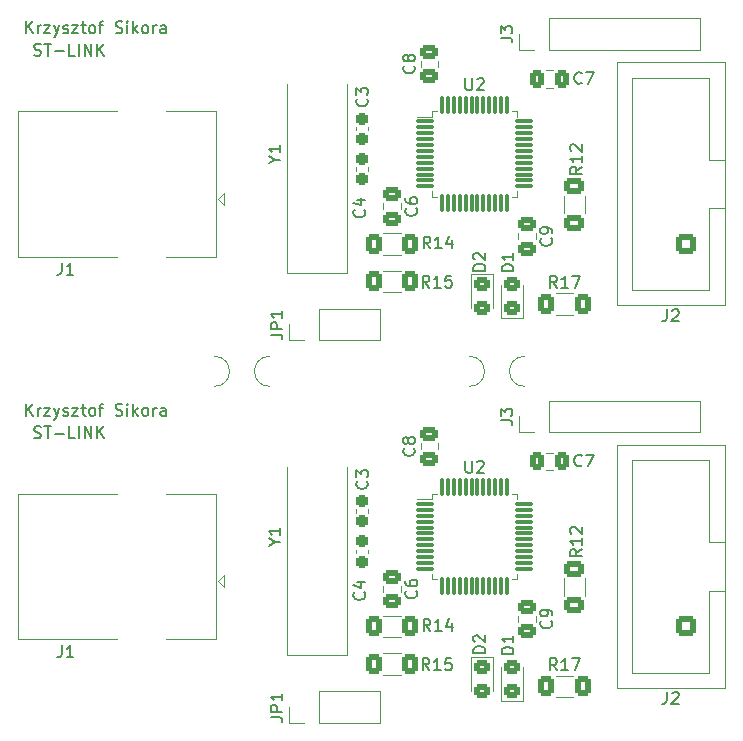
<source format=gto>
%TF.GenerationSoftware,KiCad,Pcbnew,(6.0.2)*%
%TF.CreationDate,2023-02-28T18:47:33+01:00*%
%TF.ProjectId,st_link_diy_panel,73745f6c-696e-46b5-9f64-69795f70616e,rev?*%
%TF.SameCoordinates,Original*%
%TF.FileFunction,Legend,Top*%
%TF.FilePolarity,Positive*%
%FSLAX46Y46*%
G04 Gerber Fmt 4.6, Leading zero omitted, Abs format (unit mm)*
G04 Created by KiCad (PCBNEW (6.0.2)) date 2023-02-28 18:47:33*
%MOMM*%
%LPD*%
G01*
G04 APERTURE LIST*
G04 Aperture macros list*
%AMRoundRect*
0 Rectangle with rounded corners*
0 $1 Rounding radius*
0 $2 $3 $4 $5 $6 $7 $8 $9 X,Y pos of 4 corners*
0 Add a 4 corners polygon primitive as box body*
4,1,4,$2,$3,$4,$5,$6,$7,$8,$9,$2,$3,0*
0 Add four circle primitives for the rounded corners*
1,1,$1+$1,$2,$3*
1,1,$1+$1,$4,$5*
1,1,$1+$1,$6,$7*
1,1,$1+$1,$8,$9*
0 Add four rect primitives between the rounded corners*
20,1,$1+$1,$2,$3,$4,$5,0*
20,1,$1+$1,$4,$5,$6,$7,0*
20,1,$1+$1,$6,$7,$8,$9,0*
20,1,$1+$1,$8,$9,$2,$3,0*%
G04 Aperture macros list end*
%ADD10C,0.150000*%
%ADD11C,0.120000*%
%ADD12C,0.100000*%
%ADD13RoundRect,0.250000X-0.400000X-0.625000X0.400000X-0.625000X0.400000X0.625000X-0.400000X0.625000X0*%
%ADD14RoundRect,0.237500X0.237500X-0.300000X0.237500X0.300000X-0.237500X0.300000X-0.237500X-0.300000X0*%
%ADD15RoundRect,0.250000X0.450000X-0.325000X0.450000X0.325000X-0.450000X0.325000X-0.450000X-0.325000X0*%
%ADD16RoundRect,0.250000X-0.625000X0.400000X-0.625000X-0.400000X0.625000X-0.400000X0.625000X0.400000X0*%
%ADD17RoundRect,0.250000X0.475000X-0.337500X0.475000X0.337500X-0.475000X0.337500X-0.475000X-0.337500X0*%
%ADD18R,1.700000X1.700000*%
%ADD19O,1.700000X1.700000*%
%ADD20RoundRect,0.250000X-0.450000X0.325000X-0.450000X-0.325000X0.450000X-0.325000X0.450000X0.325000X0*%
%ADD21RoundRect,0.250000X0.400000X0.625000X-0.400000X0.625000X-0.400000X-0.625000X0.400000X-0.625000X0*%
%ADD22RoundRect,0.250000X-0.475000X0.337500X-0.475000X-0.337500X0.475000X-0.337500X0.475000X0.337500X0*%
%ADD23RoundRect,0.075000X-0.662500X-0.075000X0.662500X-0.075000X0.662500X0.075000X-0.662500X0.075000X0*%
%ADD24RoundRect,0.075000X-0.075000X-0.662500X0.075000X-0.662500X0.075000X0.662500X-0.075000X0.662500X0*%
%ADD25C,1.700000*%
%ADD26C,3.500000*%
%ADD27R,2.000000X7.875000*%
%ADD28RoundRect,0.250000X0.600000X0.600000X-0.600000X0.600000X-0.600000X-0.600000X0.600000X-0.600000X0*%
%ADD29RoundRect,0.250000X-0.337500X-0.475000X0.337500X-0.475000X0.337500X0.475000X-0.337500X0.475000X0*%
%ADD30C,0.500000*%
G04 APERTURE END LIST*
D10*
X106851819Y-132611761D02*
X106994676Y-132659380D01*
X107232771Y-132659380D01*
X107328009Y-132611761D01*
X107375628Y-132564142D01*
X107423247Y-132468904D01*
X107423247Y-132373666D01*
X107375628Y-132278428D01*
X107328009Y-132230809D01*
X107232771Y-132183190D01*
X107042295Y-132135571D01*
X106947057Y-132087952D01*
X106899438Y-132040333D01*
X106851819Y-131945095D01*
X106851819Y-131849857D01*
X106899438Y-131754619D01*
X106947057Y-131707000D01*
X107042295Y-131659380D01*
X107280390Y-131659380D01*
X107423247Y-131707000D01*
X107708961Y-131659380D02*
X108280390Y-131659380D01*
X107994676Y-132659380D02*
X107994676Y-131659380D01*
X108613723Y-132278428D02*
X109375628Y-132278428D01*
X110328009Y-132659380D02*
X109851819Y-132659380D01*
X109851819Y-131659380D01*
X110661342Y-132659380D02*
X110661342Y-131659380D01*
X111137533Y-132659380D02*
X111137533Y-131659380D01*
X111708961Y-132659380D01*
X111708961Y-131659380D01*
X112185152Y-132659380D02*
X112185152Y-131659380D01*
X112756580Y-132659380D02*
X112328009Y-132087952D01*
X112756580Y-131659380D02*
X112185152Y-132230809D01*
X106185438Y-130754380D02*
X106185438Y-129754380D01*
X106756866Y-130754380D02*
X106328295Y-130182952D01*
X106756866Y-129754380D02*
X106185438Y-130325809D01*
X107185438Y-130754380D02*
X107185438Y-130087714D01*
X107185438Y-130278190D02*
X107233057Y-130182952D01*
X107280676Y-130135333D01*
X107375914Y-130087714D01*
X107471152Y-130087714D01*
X107709247Y-130087714D02*
X108233057Y-130087714D01*
X107709247Y-130754380D01*
X108233057Y-130754380D01*
X108518771Y-130087714D02*
X108756866Y-130754380D01*
X108994961Y-130087714D02*
X108756866Y-130754380D01*
X108661628Y-130992476D01*
X108614009Y-131040095D01*
X108518771Y-131087714D01*
X109328295Y-130706761D02*
X109423533Y-130754380D01*
X109614009Y-130754380D01*
X109709247Y-130706761D01*
X109756866Y-130611523D01*
X109756866Y-130563904D01*
X109709247Y-130468666D01*
X109614009Y-130421047D01*
X109471152Y-130421047D01*
X109375914Y-130373428D01*
X109328295Y-130278190D01*
X109328295Y-130230571D01*
X109375914Y-130135333D01*
X109471152Y-130087714D01*
X109614009Y-130087714D01*
X109709247Y-130135333D01*
X110090200Y-130087714D02*
X110614009Y-130087714D01*
X110090200Y-130754380D01*
X110614009Y-130754380D01*
X110852104Y-130087714D02*
X111233057Y-130087714D01*
X110994961Y-129754380D02*
X110994961Y-130611523D01*
X111042580Y-130706761D01*
X111137819Y-130754380D01*
X111233057Y-130754380D01*
X111709247Y-130754380D02*
X111614009Y-130706761D01*
X111566390Y-130659142D01*
X111518771Y-130563904D01*
X111518771Y-130278190D01*
X111566390Y-130182952D01*
X111614009Y-130135333D01*
X111709247Y-130087714D01*
X111852104Y-130087714D01*
X111947342Y-130135333D01*
X111994961Y-130182952D01*
X112042580Y-130278190D01*
X112042580Y-130563904D01*
X111994961Y-130659142D01*
X111947342Y-130706761D01*
X111852104Y-130754380D01*
X111709247Y-130754380D01*
X112328295Y-130087714D02*
X112709247Y-130087714D01*
X112471152Y-130754380D02*
X112471152Y-129897238D01*
X112518771Y-129802000D01*
X112614009Y-129754380D01*
X112709247Y-129754380D01*
X113756866Y-130706761D02*
X113899723Y-130754380D01*
X114137819Y-130754380D01*
X114233057Y-130706761D01*
X114280676Y-130659142D01*
X114328295Y-130563904D01*
X114328295Y-130468666D01*
X114280676Y-130373428D01*
X114233057Y-130325809D01*
X114137819Y-130278190D01*
X113947342Y-130230571D01*
X113852104Y-130182952D01*
X113804485Y-130135333D01*
X113756866Y-130040095D01*
X113756866Y-129944857D01*
X113804485Y-129849619D01*
X113852104Y-129802000D01*
X113947342Y-129754380D01*
X114185438Y-129754380D01*
X114328295Y-129802000D01*
X114756866Y-130754380D02*
X114756866Y-130087714D01*
X114756866Y-129754380D02*
X114709247Y-129802000D01*
X114756866Y-129849619D01*
X114804485Y-129802000D01*
X114756866Y-129754380D01*
X114756866Y-129849619D01*
X115233057Y-130754380D02*
X115233057Y-129754380D01*
X115328295Y-130373428D02*
X115614009Y-130754380D01*
X115614009Y-130087714D02*
X115233057Y-130468666D01*
X116185438Y-130754380D02*
X116090200Y-130706761D01*
X116042580Y-130659142D01*
X115994961Y-130563904D01*
X115994961Y-130278190D01*
X116042580Y-130182952D01*
X116090200Y-130135333D01*
X116185438Y-130087714D01*
X116328295Y-130087714D01*
X116423533Y-130135333D01*
X116471152Y-130182952D01*
X116518771Y-130278190D01*
X116518771Y-130563904D01*
X116471152Y-130659142D01*
X116423533Y-130706761D01*
X116328295Y-130754380D01*
X116185438Y-130754380D01*
X116947342Y-130754380D02*
X116947342Y-130087714D01*
X116947342Y-130278190D02*
X116994961Y-130182952D01*
X117042580Y-130135333D01*
X117137819Y-130087714D01*
X117233057Y-130087714D01*
X117994961Y-130754380D02*
X117994961Y-130230571D01*
X117947342Y-130135333D01*
X117852104Y-130087714D01*
X117661628Y-130087714D01*
X117566390Y-130135333D01*
X117994961Y-130706761D02*
X117899723Y-130754380D01*
X117661628Y-130754380D01*
X117566390Y-130706761D01*
X117518771Y-130611523D01*
X117518771Y-130516285D01*
X117566390Y-130421047D01*
X117661628Y-130373428D01*
X117899723Y-130373428D01*
X117994961Y-130325809D01*
X106851819Y-100226761D02*
X106994676Y-100274380D01*
X107232771Y-100274380D01*
X107328009Y-100226761D01*
X107375628Y-100179142D01*
X107423247Y-100083904D01*
X107423247Y-99988666D01*
X107375628Y-99893428D01*
X107328009Y-99845809D01*
X107232771Y-99798190D01*
X107042295Y-99750571D01*
X106947057Y-99702952D01*
X106899438Y-99655333D01*
X106851819Y-99560095D01*
X106851819Y-99464857D01*
X106899438Y-99369619D01*
X106947057Y-99322000D01*
X107042295Y-99274380D01*
X107280390Y-99274380D01*
X107423247Y-99322000D01*
X107708961Y-99274380D02*
X108280390Y-99274380D01*
X107994676Y-100274380D02*
X107994676Y-99274380D01*
X108613723Y-99893428D02*
X109375628Y-99893428D01*
X110328009Y-100274380D02*
X109851819Y-100274380D01*
X109851819Y-99274380D01*
X110661342Y-100274380D02*
X110661342Y-99274380D01*
X111137533Y-100274380D02*
X111137533Y-99274380D01*
X111708961Y-100274380D01*
X111708961Y-99274380D01*
X112185152Y-100274380D02*
X112185152Y-99274380D01*
X112756580Y-100274380D02*
X112328009Y-99702952D01*
X112756580Y-99274380D02*
X112185152Y-99845809D01*
X106185438Y-98369380D02*
X106185438Y-97369380D01*
X106756866Y-98369380D02*
X106328295Y-97797952D01*
X106756866Y-97369380D02*
X106185438Y-97940809D01*
X107185438Y-98369380D02*
X107185438Y-97702714D01*
X107185438Y-97893190D02*
X107233057Y-97797952D01*
X107280676Y-97750333D01*
X107375914Y-97702714D01*
X107471152Y-97702714D01*
X107709247Y-97702714D02*
X108233057Y-97702714D01*
X107709247Y-98369380D01*
X108233057Y-98369380D01*
X108518771Y-97702714D02*
X108756866Y-98369380D01*
X108994961Y-97702714D02*
X108756866Y-98369380D01*
X108661628Y-98607476D01*
X108614009Y-98655095D01*
X108518771Y-98702714D01*
X109328295Y-98321761D02*
X109423533Y-98369380D01*
X109614009Y-98369380D01*
X109709247Y-98321761D01*
X109756866Y-98226523D01*
X109756866Y-98178904D01*
X109709247Y-98083666D01*
X109614009Y-98036047D01*
X109471152Y-98036047D01*
X109375914Y-97988428D01*
X109328295Y-97893190D01*
X109328295Y-97845571D01*
X109375914Y-97750333D01*
X109471152Y-97702714D01*
X109614009Y-97702714D01*
X109709247Y-97750333D01*
X110090200Y-97702714D02*
X110614009Y-97702714D01*
X110090200Y-98369380D01*
X110614009Y-98369380D01*
X110852104Y-97702714D02*
X111233057Y-97702714D01*
X110994961Y-97369380D02*
X110994961Y-98226523D01*
X111042580Y-98321761D01*
X111137819Y-98369380D01*
X111233057Y-98369380D01*
X111709247Y-98369380D02*
X111614009Y-98321761D01*
X111566390Y-98274142D01*
X111518771Y-98178904D01*
X111518771Y-97893190D01*
X111566390Y-97797952D01*
X111614009Y-97750333D01*
X111709247Y-97702714D01*
X111852104Y-97702714D01*
X111947342Y-97750333D01*
X111994961Y-97797952D01*
X112042580Y-97893190D01*
X112042580Y-98178904D01*
X111994961Y-98274142D01*
X111947342Y-98321761D01*
X111852104Y-98369380D01*
X111709247Y-98369380D01*
X112328295Y-97702714D02*
X112709247Y-97702714D01*
X112471152Y-98369380D02*
X112471152Y-97512238D01*
X112518771Y-97417000D01*
X112614009Y-97369380D01*
X112709247Y-97369380D01*
X113756866Y-98321761D02*
X113899723Y-98369380D01*
X114137819Y-98369380D01*
X114233057Y-98321761D01*
X114280676Y-98274142D01*
X114328295Y-98178904D01*
X114328295Y-98083666D01*
X114280676Y-97988428D01*
X114233057Y-97940809D01*
X114137819Y-97893190D01*
X113947342Y-97845571D01*
X113852104Y-97797952D01*
X113804485Y-97750333D01*
X113756866Y-97655095D01*
X113756866Y-97559857D01*
X113804485Y-97464619D01*
X113852104Y-97417000D01*
X113947342Y-97369380D01*
X114185438Y-97369380D01*
X114328295Y-97417000D01*
X114756866Y-98369380D02*
X114756866Y-97702714D01*
X114756866Y-97369380D02*
X114709247Y-97417000D01*
X114756866Y-97464619D01*
X114804485Y-97417000D01*
X114756866Y-97369380D01*
X114756866Y-97464619D01*
X115233057Y-98369380D02*
X115233057Y-97369380D01*
X115328295Y-97988428D02*
X115614009Y-98369380D01*
X115614009Y-97702714D02*
X115233057Y-98083666D01*
X116185438Y-98369380D02*
X116090200Y-98321761D01*
X116042580Y-98274142D01*
X115994961Y-98178904D01*
X115994961Y-97893190D01*
X116042580Y-97797952D01*
X116090200Y-97750333D01*
X116185438Y-97702714D01*
X116328295Y-97702714D01*
X116423533Y-97750333D01*
X116471152Y-97797952D01*
X116518771Y-97893190D01*
X116518771Y-98178904D01*
X116471152Y-98274142D01*
X116423533Y-98321761D01*
X116328295Y-98369380D01*
X116185438Y-98369380D01*
X116947342Y-98369380D02*
X116947342Y-97702714D01*
X116947342Y-97893190D02*
X116994961Y-97797952D01*
X117042580Y-97750333D01*
X117137819Y-97702714D01*
X117233057Y-97702714D01*
X117994961Y-98369380D02*
X117994961Y-97845571D01*
X117947342Y-97750333D01*
X117852104Y-97702714D01*
X117661628Y-97702714D01*
X117566390Y-97750333D01*
X117994961Y-98321761D02*
X117899723Y-98369380D01*
X117661628Y-98369380D01*
X117566390Y-98321761D01*
X117518771Y-98226523D01*
X117518771Y-98131285D01*
X117566390Y-98036047D01*
X117661628Y-97988428D01*
X117899723Y-97988428D01*
X117994961Y-97940809D01*
%TO.C,R17*%
X151122142Y-152302380D02*
X150788809Y-151826190D01*
X150550714Y-152302380D02*
X150550714Y-151302380D01*
X150931666Y-151302380D01*
X151026904Y-151350000D01*
X151074523Y-151397619D01*
X151122142Y-151492857D01*
X151122142Y-151635714D01*
X151074523Y-151730952D01*
X151026904Y-151778571D01*
X150931666Y-151826190D01*
X150550714Y-151826190D01*
X152074523Y-152302380D02*
X151503095Y-152302380D01*
X151788809Y-152302380D02*
X151788809Y-151302380D01*
X151693571Y-151445238D01*
X151598333Y-151540476D01*
X151503095Y-151588095D01*
X152407857Y-151302380D02*
X153074523Y-151302380D01*
X152645952Y-152302380D01*
%TO.C,C4*%
X134799342Y-145708666D02*
X134846961Y-145756285D01*
X134894580Y-145899142D01*
X134894580Y-145994380D01*
X134846961Y-146137238D01*
X134751723Y-146232476D01*
X134656485Y-146280095D01*
X134466009Y-146327714D01*
X134323152Y-146327714D01*
X134132676Y-146280095D01*
X134037438Y-146232476D01*
X133942200Y-146137238D01*
X133894580Y-145994380D01*
X133894580Y-145899142D01*
X133942200Y-145756285D01*
X133989819Y-145708666D01*
X134227914Y-144851523D02*
X134894580Y-144851523D01*
X133846961Y-145089619D02*
X134561247Y-145327714D01*
X134561247Y-144708666D01*
%TO.C,D2*%
X145054580Y-150852095D02*
X144054580Y-150852095D01*
X144054580Y-150614000D01*
X144102200Y-150471142D01*
X144197438Y-150375904D01*
X144292676Y-150328285D01*
X144483152Y-150280666D01*
X144626009Y-150280666D01*
X144816485Y-150328285D01*
X144911723Y-150375904D01*
X145006961Y-150471142D01*
X145054580Y-150614000D01*
X145054580Y-150852095D01*
X144149819Y-149899714D02*
X144102200Y-149852095D01*
X144054580Y-149756857D01*
X144054580Y-149518761D01*
X144102200Y-149423523D01*
X144149819Y-149375904D01*
X144245057Y-149328285D01*
X144340295Y-149328285D01*
X144483152Y-149375904D01*
X145054580Y-149947333D01*
X145054580Y-149328285D01*
%TO.C,R12*%
X153233380Y-142070057D02*
X152757190Y-142403390D01*
X153233380Y-142641485D02*
X152233380Y-142641485D01*
X152233380Y-142260533D01*
X152281000Y-142165295D01*
X152328619Y-142117676D01*
X152423857Y-142070057D01*
X152566714Y-142070057D01*
X152661952Y-142117676D01*
X152709571Y-142165295D01*
X152757190Y-142260533D01*
X152757190Y-142641485D01*
X153233380Y-141117676D02*
X153233380Y-141689104D01*
X153233380Y-141403390D02*
X152233380Y-141403390D01*
X152376238Y-141498628D01*
X152471476Y-141593866D01*
X152519095Y-141689104D01*
X152328619Y-140736723D02*
X152281000Y-140689104D01*
X152233380Y-140593866D01*
X152233380Y-140355771D01*
X152281000Y-140260533D01*
X152328619Y-140212914D01*
X152423857Y-140165295D01*
X152519095Y-140165295D01*
X152661952Y-140212914D01*
X153233380Y-140784342D01*
X153233380Y-140165295D01*
%TO.C,C8*%
X139012142Y-133516666D02*
X139059761Y-133564285D01*
X139107380Y-133707142D01*
X139107380Y-133802380D01*
X139059761Y-133945238D01*
X138964523Y-134040476D01*
X138869285Y-134088095D01*
X138678809Y-134135714D01*
X138535952Y-134135714D01*
X138345476Y-134088095D01*
X138250238Y-134040476D01*
X138155000Y-133945238D01*
X138107380Y-133802380D01*
X138107380Y-133707142D01*
X138155000Y-133564285D01*
X138202619Y-133516666D01*
X138535952Y-132945238D02*
X138488333Y-133040476D01*
X138440714Y-133088095D01*
X138345476Y-133135714D01*
X138297857Y-133135714D01*
X138202619Y-133088095D01*
X138155000Y-133040476D01*
X138107380Y-132945238D01*
X138107380Y-132754761D01*
X138155000Y-132659523D01*
X138202619Y-132611904D01*
X138297857Y-132564285D01*
X138345476Y-132564285D01*
X138440714Y-132611904D01*
X138488333Y-132659523D01*
X138535952Y-132754761D01*
X138535952Y-132945238D01*
X138583571Y-133040476D01*
X138631190Y-133088095D01*
X138726428Y-133135714D01*
X138916904Y-133135714D01*
X139012142Y-133088095D01*
X139059761Y-133040476D01*
X139107380Y-132945238D01*
X139107380Y-132754761D01*
X139059761Y-132659523D01*
X139012142Y-132611904D01*
X138916904Y-132564285D01*
X138726428Y-132564285D01*
X138631190Y-132611904D01*
X138583571Y-132659523D01*
X138535952Y-132754761D01*
%TO.C,JP1*%
X126884180Y-156281333D02*
X127598466Y-156281333D01*
X127741323Y-156328952D01*
X127836561Y-156424190D01*
X127884180Y-156567047D01*
X127884180Y-156662285D01*
X127884180Y-155805142D02*
X126884180Y-155805142D01*
X126884180Y-155424190D01*
X126931800Y-155328952D01*
X126979419Y-155281333D01*
X127074657Y-155233714D01*
X127217514Y-155233714D01*
X127312752Y-155281333D01*
X127360371Y-155328952D01*
X127407990Y-155424190D01*
X127407990Y-155805142D01*
X127884180Y-154281333D02*
X127884180Y-154852761D01*
X127884180Y-154567047D02*
X126884180Y-154567047D01*
X127027038Y-154662285D01*
X127122276Y-154757523D01*
X127169895Y-154852761D01*
%TO.C,D1*%
X147442180Y-150902895D02*
X146442180Y-150902895D01*
X146442180Y-150664800D01*
X146489800Y-150521942D01*
X146585038Y-150426704D01*
X146680276Y-150379085D01*
X146870752Y-150331466D01*
X147013609Y-150331466D01*
X147204085Y-150379085D01*
X147299323Y-150426704D01*
X147394561Y-150521942D01*
X147442180Y-150664800D01*
X147442180Y-150902895D01*
X147442180Y-149379085D02*
X147442180Y-149950514D01*
X147442180Y-149664800D02*
X146442180Y-149664800D01*
X146585038Y-149760038D01*
X146680276Y-149855276D01*
X146727895Y-149950514D01*
%TO.C,R14*%
X140403342Y-148966180D02*
X140070009Y-148489990D01*
X139831914Y-148966180D02*
X139831914Y-147966180D01*
X140212866Y-147966180D01*
X140308104Y-148013800D01*
X140355723Y-148061419D01*
X140403342Y-148156657D01*
X140403342Y-148299514D01*
X140355723Y-148394752D01*
X140308104Y-148442371D01*
X140212866Y-148489990D01*
X139831914Y-148489990D01*
X141355723Y-148966180D02*
X140784295Y-148966180D01*
X141070009Y-148966180D02*
X141070009Y-147966180D01*
X140974771Y-148109038D01*
X140879533Y-148204276D01*
X140784295Y-148251895D01*
X142212866Y-148299514D02*
X142212866Y-148966180D01*
X141974771Y-147918561D02*
X141736676Y-148632847D01*
X142355723Y-148632847D01*
%TO.C,R15*%
X140327142Y-152293580D02*
X139993809Y-151817390D01*
X139755714Y-152293580D02*
X139755714Y-151293580D01*
X140136666Y-151293580D01*
X140231904Y-151341200D01*
X140279523Y-151388819D01*
X140327142Y-151484057D01*
X140327142Y-151626914D01*
X140279523Y-151722152D01*
X140231904Y-151769771D01*
X140136666Y-151817390D01*
X139755714Y-151817390D01*
X141279523Y-152293580D02*
X140708095Y-152293580D01*
X140993809Y-152293580D02*
X140993809Y-151293580D01*
X140898571Y-151436438D01*
X140803333Y-151531676D01*
X140708095Y-151579295D01*
X142184285Y-151293580D02*
X141708095Y-151293580D01*
X141660476Y-151769771D01*
X141708095Y-151722152D01*
X141803333Y-151674533D01*
X142041428Y-151674533D01*
X142136666Y-151722152D01*
X142184285Y-151769771D01*
X142231904Y-151865009D01*
X142231904Y-152103104D01*
X142184285Y-152198342D01*
X142136666Y-152245961D01*
X142041428Y-152293580D01*
X141803333Y-152293580D01*
X141708095Y-152245961D01*
X141660476Y-152198342D01*
%TO.C,C6*%
X139197142Y-145581666D02*
X139244761Y-145629285D01*
X139292380Y-145772142D01*
X139292380Y-145867380D01*
X139244761Y-146010238D01*
X139149523Y-146105476D01*
X139054285Y-146153095D01*
X138863809Y-146200714D01*
X138720952Y-146200714D01*
X138530476Y-146153095D01*
X138435238Y-146105476D01*
X138340000Y-146010238D01*
X138292380Y-145867380D01*
X138292380Y-145772142D01*
X138340000Y-145629285D01*
X138387619Y-145581666D01*
X138292380Y-144724523D02*
X138292380Y-144915000D01*
X138340000Y-145010238D01*
X138387619Y-145057857D01*
X138530476Y-145153095D01*
X138720952Y-145200714D01*
X139101904Y-145200714D01*
X139197142Y-145153095D01*
X139244761Y-145105476D01*
X139292380Y-145010238D01*
X139292380Y-144819761D01*
X139244761Y-144724523D01*
X139197142Y-144676904D01*
X139101904Y-144629285D01*
X138863809Y-144629285D01*
X138768571Y-144676904D01*
X138720952Y-144724523D01*
X138673333Y-144819761D01*
X138673333Y-145010238D01*
X138720952Y-145105476D01*
X138768571Y-145153095D01*
X138863809Y-145200714D01*
%TO.C,U2*%
X143383095Y-134572380D02*
X143383095Y-135381904D01*
X143430714Y-135477142D01*
X143478333Y-135524761D01*
X143573571Y-135572380D01*
X143764047Y-135572380D01*
X143859285Y-135524761D01*
X143906904Y-135477142D01*
X143954523Y-135381904D01*
X143954523Y-134572380D01*
X144383095Y-134667619D02*
X144430714Y-134620000D01*
X144525952Y-134572380D01*
X144764047Y-134572380D01*
X144859285Y-134620000D01*
X144906904Y-134667619D01*
X144954523Y-134762857D01*
X144954523Y-134858095D01*
X144906904Y-135000952D01*
X144335476Y-135572380D01*
X144954523Y-135572380D01*
%TO.C,J1*%
X109191466Y-150201380D02*
X109191466Y-150915666D01*
X109143847Y-151058523D01*
X109048609Y-151153761D01*
X108905752Y-151201380D01*
X108810514Y-151201380D01*
X110191466Y-151201380D02*
X109620038Y-151201380D01*
X109905752Y-151201380D02*
X109905752Y-150201380D01*
X109810514Y-150344238D01*
X109715276Y-150439476D01*
X109620038Y-150487095D01*
%TO.C,Y1*%
X127236190Y-141446190D02*
X127712380Y-141446190D01*
X126712380Y-141779523D02*
X127236190Y-141446190D01*
X126712380Y-141112857D01*
X127712380Y-140255714D02*
X127712380Y-140827142D01*
X127712380Y-140541428D02*
X126712380Y-140541428D01*
X126855238Y-140636666D01*
X126950476Y-140731904D01*
X126998095Y-140827142D01*
%TO.C,J2*%
X160439166Y-154142380D02*
X160439166Y-154856666D01*
X160391547Y-154999523D01*
X160296309Y-155094761D01*
X160153452Y-155142380D01*
X160058214Y-155142380D01*
X160867738Y-154237619D02*
X160915357Y-154190000D01*
X161010595Y-154142380D01*
X161248690Y-154142380D01*
X161343928Y-154190000D01*
X161391547Y-154237619D01*
X161439166Y-154332857D01*
X161439166Y-154428095D01*
X161391547Y-154570952D01*
X160820119Y-155142380D01*
X161439166Y-155142380D01*
%TO.C,C9*%
X150627142Y-148121666D02*
X150674761Y-148169285D01*
X150722380Y-148312142D01*
X150722380Y-148407380D01*
X150674761Y-148550238D01*
X150579523Y-148645476D01*
X150484285Y-148693095D01*
X150293809Y-148740714D01*
X150150952Y-148740714D01*
X149960476Y-148693095D01*
X149865238Y-148645476D01*
X149770000Y-148550238D01*
X149722380Y-148407380D01*
X149722380Y-148312142D01*
X149770000Y-148169285D01*
X149817619Y-148121666D01*
X150722380Y-147645476D02*
X150722380Y-147455000D01*
X150674761Y-147359761D01*
X150627142Y-147312142D01*
X150484285Y-147216904D01*
X150293809Y-147169285D01*
X149912857Y-147169285D01*
X149817619Y-147216904D01*
X149770000Y-147264523D01*
X149722380Y-147359761D01*
X149722380Y-147550238D01*
X149770000Y-147645476D01*
X149817619Y-147693095D01*
X149912857Y-147740714D01*
X150150952Y-147740714D01*
X150246190Y-147693095D01*
X150293809Y-147645476D01*
X150341428Y-147550238D01*
X150341428Y-147359761D01*
X150293809Y-147264523D01*
X150246190Y-147216904D01*
X150150952Y-147169285D01*
%TO.C,C7*%
X153223933Y-134951742D02*
X153176314Y-134999361D01*
X153033457Y-135046980D01*
X152938219Y-135046980D01*
X152795361Y-134999361D01*
X152700123Y-134904123D01*
X152652504Y-134808885D01*
X152604885Y-134618409D01*
X152604885Y-134475552D01*
X152652504Y-134285076D01*
X152700123Y-134189838D01*
X152795361Y-134094600D01*
X152938219Y-134046980D01*
X153033457Y-134046980D01*
X153176314Y-134094600D01*
X153223933Y-134142219D01*
X153557266Y-134046980D02*
X154223933Y-134046980D01*
X153795361Y-135046980D01*
%TO.C,J3*%
X146347380Y-131143333D02*
X147061666Y-131143333D01*
X147204523Y-131190952D01*
X147299761Y-131286190D01*
X147347380Y-131429047D01*
X147347380Y-131524285D01*
X146347380Y-130762380D02*
X146347380Y-130143333D01*
X146728333Y-130476666D01*
X146728333Y-130333809D01*
X146775952Y-130238571D01*
X146823571Y-130190952D01*
X146918809Y-130143333D01*
X147156904Y-130143333D01*
X147252142Y-130190952D01*
X147299761Y-130238571D01*
X147347380Y-130333809D01*
X147347380Y-130619523D01*
X147299761Y-130714761D01*
X147252142Y-130762380D01*
%TO.C,C3*%
X135027942Y-136310666D02*
X135075561Y-136358285D01*
X135123180Y-136501142D01*
X135123180Y-136596380D01*
X135075561Y-136739238D01*
X134980323Y-136834476D01*
X134885085Y-136882095D01*
X134694609Y-136929714D01*
X134551752Y-136929714D01*
X134361276Y-136882095D01*
X134266038Y-136834476D01*
X134170800Y-136739238D01*
X134123180Y-136596380D01*
X134123180Y-136501142D01*
X134170800Y-136358285D01*
X134218419Y-136310666D01*
X134123180Y-135977333D02*
X134123180Y-135358285D01*
X134504133Y-135691619D01*
X134504133Y-135548761D01*
X134551752Y-135453523D01*
X134599371Y-135405904D01*
X134694609Y-135358285D01*
X134932704Y-135358285D01*
X135027942Y-135405904D01*
X135075561Y-135453523D01*
X135123180Y-135548761D01*
X135123180Y-135834476D01*
X135075561Y-135929714D01*
X135027942Y-135977333D01*
X135027942Y-103925666D02*
X135075561Y-103973285D01*
X135123180Y-104116142D01*
X135123180Y-104211380D01*
X135075561Y-104354238D01*
X134980323Y-104449476D01*
X134885085Y-104497095D01*
X134694609Y-104544714D01*
X134551752Y-104544714D01*
X134361276Y-104497095D01*
X134266038Y-104449476D01*
X134170800Y-104354238D01*
X134123180Y-104211380D01*
X134123180Y-104116142D01*
X134170800Y-103973285D01*
X134218419Y-103925666D01*
X134123180Y-103592333D02*
X134123180Y-102973285D01*
X134504133Y-103306619D01*
X134504133Y-103163761D01*
X134551752Y-103068523D01*
X134599371Y-103020904D01*
X134694609Y-102973285D01*
X134932704Y-102973285D01*
X135027942Y-103020904D01*
X135075561Y-103068523D01*
X135123180Y-103163761D01*
X135123180Y-103449476D01*
X135075561Y-103544714D01*
X135027942Y-103592333D01*
%TO.C,J2*%
X160439166Y-121757380D02*
X160439166Y-122471666D01*
X160391547Y-122614523D01*
X160296309Y-122709761D01*
X160153452Y-122757380D01*
X160058214Y-122757380D01*
X160867738Y-121852619D02*
X160915357Y-121805000D01*
X161010595Y-121757380D01*
X161248690Y-121757380D01*
X161343928Y-121805000D01*
X161391547Y-121852619D01*
X161439166Y-121947857D01*
X161439166Y-122043095D01*
X161391547Y-122185952D01*
X160820119Y-122757380D01*
X161439166Y-122757380D01*
%TO.C,Y1*%
X127236190Y-109061190D02*
X127712380Y-109061190D01*
X126712380Y-109394523D02*
X127236190Y-109061190D01*
X126712380Y-108727857D01*
X127712380Y-107870714D02*
X127712380Y-108442142D01*
X127712380Y-108156428D02*
X126712380Y-108156428D01*
X126855238Y-108251666D01*
X126950476Y-108346904D01*
X126998095Y-108442142D01*
%TO.C,J1*%
X109191466Y-117816380D02*
X109191466Y-118530666D01*
X109143847Y-118673523D01*
X109048609Y-118768761D01*
X108905752Y-118816380D01*
X108810514Y-118816380D01*
X110191466Y-118816380D02*
X109620038Y-118816380D01*
X109905752Y-118816380D02*
X109905752Y-117816380D01*
X109810514Y-117959238D01*
X109715276Y-118054476D01*
X109620038Y-118102095D01*
%TO.C,J3*%
X146347380Y-98758333D02*
X147061666Y-98758333D01*
X147204523Y-98805952D01*
X147299761Y-98901190D01*
X147347380Y-99044047D01*
X147347380Y-99139285D01*
X146347380Y-98377380D02*
X146347380Y-97758333D01*
X146728333Y-98091666D01*
X146728333Y-97948809D01*
X146775952Y-97853571D01*
X146823571Y-97805952D01*
X146918809Y-97758333D01*
X147156904Y-97758333D01*
X147252142Y-97805952D01*
X147299761Y-97853571D01*
X147347380Y-97948809D01*
X147347380Y-98234523D01*
X147299761Y-98329761D01*
X147252142Y-98377380D01*
%TO.C,C7*%
X153223933Y-102566742D02*
X153176314Y-102614361D01*
X153033457Y-102661980D01*
X152938219Y-102661980D01*
X152795361Y-102614361D01*
X152700123Y-102519123D01*
X152652504Y-102423885D01*
X152604885Y-102233409D01*
X152604885Y-102090552D01*
X152652504Y-101900076D01*
X152700123Y-101804838D01*
X152795361Y-101709600D01*
X152938219Y-101661980D01*
X153033457Y-101661980D01*
X153176314Y-101709600D01*
X153223933Y-101757219D01*
X153557266Y-101661980D02*
X154223933Y-101661980D01*
X153795361Y-102661980D01*
%TO.C,C9*%
X150627142Y-115736666D02*
X150674761Y-115784285D01*
X150722380Y-115927142D01*
X150722380Y-116022380D01*
X150674761Y-116165238D01*
X150579523Y-116260476D01*
X150484285Y-116308095D01*
X150293809Y-116355714D01*
X150150952Y-116355714D01*
X149960476Y-116308095D01*
X149865238Y-116260476D01*
X149770000Y-116165238D01*
X149722380Y-116022380D01*
X149722380Y-115927142D01*
X149770000Y-115784285D01*
X149817619Y-115736666D01*
X150722380Y-115260476D02*
X150722380Y-115070000D01*
X150674761Y-114974761D01*
X150627142Y-114927142D01*
X150484285Y-114831904D01*
X150293809Y-114784285D01*
X149912857Y-114784285D01*
X149817619Y-114831904D01*
X149770000Y-114879523D01*
X149722380Y-114974761D01*
X149722380Y-115165238D01*
X149770000Y-115260476D01*
X149817619Y-115308095D01*
X149912857Y-115355714D01*
X150150952Y-115355714D01*
X150246190Y-115308095D01*
X150293809Y-115260476D01*
X150341428Y-115165238D01*
X150341428Y-114974761D01*
X150293809Y-114879523D01*
X150246190Y-114831904D01*
X150150952Y-114784285D01*
%TO.C,U2*%
X143383095Y-102187380D02*
X143383095Y-102996904D01*
X143430714Y-103092142D01*
X143478333Y-103139761D01*
X143573571Y-103187380D01*
X143764047Y-103187380D01*
X143859285Y-103139761D01*
X143906904Y-103092142D01*
X143954523Y-102996904D01*
X143954523Y-102187380D01*
X144383095Y-102282619D02*
X144430714Y-102235000D01*
X144525952Y-102187380D01*
X144764047Y-102187380D01*
X144859285Y-102235000D01*
X144906904Y-102282619D01*
X144954523Y-102377857D01*
X144954523Y-102473095D01*
X144906904Y-102615952D01*
X144335476Y-103187380D01*
X144954523Y-103187380D01*
%TO.C,C6*%
X139197142Y-113196666D02*
X139244761Y-113244285D01*
X139292380Y-113387142D01*
X139292380Y-113482380D01*
X139244761Y-113625238D01*
X139149523Y-113720476D01*
X139054285Y-113768095D01*
X138863809Y-113815714D01*
X138720952Y-113815714D01*
X138530476Y-113768095D01*
X138435238Y-113720476D01*
X138340000Y-113625238D01*
X138292380Y-113482380D01*
X138292380Y-113387142D01*
X138340000Y-113244285D01*
X138387619Y-113196666D01*
X138292380Y-112339523D02*
X138292380Y-112530000D01*
X138340000Y-112625238D01*
X138387619Y-112672857D01*
X138530476Y-112768095D01*
X138720952Y-112815714D01*
X139101904Y-112815714D01*
X139197142Y-112768095D01*
X139244761Y-112720476D01*
X139292380Y-112625238D01*
X139292380Y-112434761D01*
X139244761Y-112339523D01*
X139197142Y-112291904D01*
X139101904Y-112244285D01*
X138863809Y-112244285D01*
X138768571Y-112291904D01*
X138720952Y-112339523D01*
X138673333Y-112434761D01*
X138673333Y-112625238D01*
X138720952Y-112720476D01*
X138768571Y-112768095D01*
X138863809Y-112815714D01*
%TO.C,R15*%
X140327142Y-119908580D02*
X139993809Y-119432390D01*
X139755714Y-119908580D02*
X139755714Y-118908580D01*
X140136666Y-118908580D01*
X140231904Y-118956200D01*
X140279523Y-119003819D01*
X140327142Y-119099057D01*
X140327142Y-119241914D01*
X140279523Y-119337152D01*
X140231904Y-119384771D01*
X140136666Y-119432390D01*
X139755714Y-119432390D01*
X141279523Y-119908580D02*
X140708095Y-119908580D01*
X140993809Y-119908580D02*
X140993809Y-118908580D01*
X140898571Y-119051438D01*
X140803333Y-119146676D01*
X140708095Y-119194295D01*
X142184285Y-118908580D02*
X141708095Y-118908580D01*
X141660476Y-119384771D01*
X141708095Y-119337152D01*
X141803333Y-119289533D01*
X142041428Y-119289533D01*
X142136666Y-119337152D01*
X142184285Y-119384771D01*
X142231904Y-119480009D01*
X142231904Y-119718104D01*
X142184285Y-119813342D01*
X142136666Y-119860961D01*
X142041428Y-119908580D01*
X141803333Y-119908580D01*
X141708095Y-119860961D01*
X141660476Y-119813342D01*
%TO.C,R14*%
X140403342Y-116581180D02*
X140070009Y-116104990D01*
X139831914Y-116581180D02*
X139831914Y-115581180D01*
X140212866Y-115581180D01*
X140308104Y-115628800D01*
X140355723Y-115676419D01*
X140403342Y-115771657D01*
X140403342Y-115914514D01*
X140355723Y-116009752D01*
X140308104Y-116057371D01*
X140212866Y-116104990D01*
X139831914Y-116104990D01*
X141355723Y-116581180D02*
X140784295Y-116581180D01*
X141070009Y-116581180D02*
X141070009Y-115581180D01*
X140974771Y-115724038D01*
X140879533Y-115819276D01*
X140784295Y-115866895D01*
X142212866Y-115914514D02*
X142212866Y-116581180D01*
X141974771Y-115533561D02*
X141736676Y-116247847D01*
X142355723Y-116247847D01*
%TO.C,D1*%
X147442180Y-118517895D02*
X146442180Y-118517895D01*
X146442180Y-118279800D01*
X146489800Y-118136942D01*
X146585038Y-118041704D01*
X146680276Y-117994085D01*
X146870752Y-117946466D01*
X147013609Y-117946466D01*
X147204085Y-117994085D01*
X147299323Y-118041704D01*
X147394561Y-118136942D01*
X147442180Y-118279800D01*
X147442180Y-118517895D01*
X147442180Y-116994085D02*
X147442180Y-117565514D01*
X147442180Y-117279800D02*
X146442180Y-117279800D01*
X146585038Y-117375038D01*
X146680276Y-117470276D01*
X146727895Y-117565514D01*
%TO.C,JP1*%
X126884180Y-123896333D02*
X127598466Y-123896333D01*
X127741323Y-123943952D01*
X127836561Y-124039190D01*
X127884180Y-124182047D01*
X127884180Y-124277285D01*
X127884180Y-123420142D02*
X126884180Y-123420142D01*
X126884180Y-123039190D01*
X126931800Y-122943952D01*
X126979419Y-122896333D01*
X127074657Y-122848714D01*
X127217514Y-122848714D01*
X127312752Y-122896333D01*
X127360371Y-122943952D01*
X127407990Y-123039190D01*
X127407990Y-123420142D01*
X127884180Y-121896333D02*
X127884180Y-122467761D01*
X127884180Y-122182047D02*
X126884180Y-122182047D01*
X127027038Y-122277285D01*
X127122276Y-122372523D01*
X127169895Y-122467761D01*
%TO.C,C4*%
X134799342Y-113323666D02*
X134846961Y-113371285D01*
X134894580Y-113514142D01*
X134894580Y-113609380D01*
X134846961Y-113752238D01*
X134751723Y-113847476D01*
X134656485Y-113895095D01*
X134466009Y-113942714D01*
X134323152Y-113942714D01*
X134132676Y-113895095D01*
X134037438Y-113847476D01*
X133942200Y-113752238D01*
X133894580Y-113609380D01*
X133894580Y-113514142D01*
X133942200Y-113371285D01*
X133989819Y-113323666D01*
X134227914Y-112466523D02*
X134894580Y-112466523D01*
X133846961Y-112704619D02*
X134561247Y-112942714D01*
X134561247Y-112323666D01*
%TO.C,C8*%
X139012142Y-101131666D02*
X139059761Y-101179285D01*
X139107380Y-101322142D01*
X139107380Y-101417380D01*
X139059761Y-101560238D01*
X138964523Y-101655476D01*
X138869285Y-101703095D01*
X138678809Y-101750714D01*
X138535952Y-101750714D01*
X138345476Y-101703095D01*
X138250238Y-101655476D01*
X138155000Y-101560238D01*
X138107380Y-101417380D01*
X138107380Y-101322142D01*
X138155000Y-101179285D01*
X138202619Y-101131666D01*
X138535952Y-100560238D02*
X138488333Y-100655476D01*
X138440714Y-100703095D01*
X138345476Y-100750714D01*
X138297857Y-100750714D01*
X138202619Y-100703095D01*
X138155000Y-100655476D01*
X138107380Y-100560238D01*
X138107380Y-100369761D01*
X138155000Y-100274523D01*
X138202619Y-100226904D01*
X138297857Y-100179285D01*
X138345476Y-100179285D01*
X138440714Y-100226904D01*
X138488333Y-100274523D01*
X138535952Y-100369761D01*
X138535952Y-100560238D01*
X138583571Y-100655476D01*
X138631190Y-100703095D01*
X138726428Y-100750714D01*
X138916904Y-100750714D01*
X139012142Y-100703095D01*
X139059761Y-100655476D01*
X139107380Y-100560238D01*
X139107380Y-100369761D01*
X139059761Y-100274523D01*
X139012142Y-100226904D01*
X138916904Y-100179285D01*
X138726428Y-100179285D01*
X138631190Y-100226904D01*
X138583571Y-100274523D01*
X138535952Y-100369761D01*
%TO.C,R12*%
X153233380Y-109685057D02*
X152757190Y-110018390D01*
X153233380Y-110256485D02*
X152233380Y-110256485D01*
X152233380Y-109875533D01*
X152281000Y-109780295D01*
X152328619Y-109732676D01*
X152423857Y-109685057D01*
X152566714Y-109685057D01*
X152661952Y-109732676D01*
X152709571Y-109780295D01*
X152757190Y-109875533D01*
X152757190Y-110256485D01*
X153233380Y-108732676D02*
X153233380Y-109304104D01*
X153233380Y-109018390D02*
X152233380Y-109018390D01*
X152376238Y-109113628D01*
X152471476Y-109208866D01*
X152519095Y-109304104D01*
X152328619Y-108351723D02*
X152281000Y-108304104D01*
X152233380Y-108208866D01*
X152233380Y-107970771D01*
X152281000Y-107875533D01*
X152328619Y-107827914D01*
X152423857Y-107780295D01*
X152519095Y-107780295D01*
X152661952Y-107827914D01*
X153233380Y-108399342D01*
X153233380Y-107780295D01*
%TO.C,R17*%
X151122142Y-119917380D02*
X150788809Y-119441190D01*
X150550714Y-119917380D02*
X150550714Y-118917380D01*
X150931666Y-118917380D01*
X151026904Y-118965000D01*
X151074523Y-119012619D01*
X151122142Y-119107857D01*
X151122142Y-119250714D01*
X151074523Y-119345952D01*
X151026904Y-119393571D01*
X150931666Y-119441190D01*
X150550714Y-119441190D01*
X152074523Y-119917380D02*
X151503095Y-119917380D01*
X151788809Y-119917380D02*
X151788809Y-118917380D01*
X151693571Y-119060238D01*
X151598333Y-119155476D01*
X151503095Y-119203095D01*
X152407857Y-118917380D02*
X153074523Y-118917380D01*
X152645952Y-119917380D01*
%TO.C,D2*%
X145054580Y-118467095D02*
X144054580Y-118467095D01*
X144054580Y-118229000D01*
X144102200Y-118086142D01*
X144197438Y-117990904D01*
X144292676Y-117943285D01*
X144483152Y-117895666D01*
X144626009Y-117895666D01*
X144816485Y-117943285D01*
X144911723Y-117990904D01*
X145006961Y-118086142D01*
X145054580Y-118229000D01*
X145054580Y-118467095D01*
X144149819Y-117514714D02*
X144102200Y-117467095D01*
X144054580Y-117371857D01*
X144054580Y-117133761D01*
X144102200Y-117038523D01*
X144149819Y-116990904D01*
X144245057Y-116943285D01*
X144340295Y-116943285D01*
X144483152Y-116990904D01*
X145054580Y-117562333D01*
X145054580Y-116943285D01*
D11*
%TO.C,R17*%
X151037936Y-152760000D02*
X152492064Y-152760000D01*
X151037936Y-154580000D02*
X152492064Y-154580000D01*
%TO.C,C4*%
X134110000Y-142386267D02*
X134110000Y-142093733D01*
X135130000Y-142386267D02*
X135130000Y-142093733D01*
%TO.C,D2*%
X146360000Y-152035000D02*
X146360000Y-154895000D01*
X148280000Y-154895000D02*
X148280000Y-152035000D01*
X146360000Y-154895000D02*
X148280000Y-154895000D01*
%TO.C,R12*%
X153515000Y-144522936D02*
X153515000Y-145977064D01*
X151695000Y-144522936D02*
X151695000Y-145977064D01*
%TO.C,C8*%
X139600000Y-133611252D02*
X139600000Y-133088748D01*
X141070000Y-133611252D02*
X141070000Y-133088748D01*
%TO.C,JP1*%
X136155000Y-156740000D02*
X136155000Y-154080000D01*
X131015000Y-156740000D02*
X136155000Y-156740000D01*
X131015000Y-154080000D02*
X136155000Y-154080000D01*
X131015000Y-156740000D02*
X131015000Y-154080000D01*
X129745000Y-156740000D02*
X128415000Y-156740000D01*
X128415000Y-156740000D02*
X128415000Y-155410000D01*
%TO.C,D1*%
X145740000Y-154035000D02*
X145740000Y-151175000D01*
X143820000Y-151175000D02*
X143820000Y-154035000D01*
X145740000Y-151175000D02*
X143820000Y-151175000D01*
%TO.C,R14*%
X136432936Y-150855000D02*
X137887064Y-150855000D01*
X136432936Y-152675000D02*
X137887064Y-152675000D01*
%TO.C,R15*%
X137887064Y-149500000D02*
X136432936Y-149500000D01*
X137887064Y-147680000D02*
X136432936Y-147680000D01*
%TO.C,C6*%
X136425000Y-145153748D02*
X136425000Y-145676252D01*
X137895000Y-145153748D02*
X137895000Y-145676252D01*
%TO.C,U2*%
X147755000Y-137360000D02*
X147755000Y-137810000D01*
X140985000Y-137360000D02*
X140535000Y-137360000D01*
X147305000Y-144580000D02*
X147755000Y-144580000D01*
X140985000Y-144580000D02*
X140535000Y-144580000D01*
X147755000Y-144580000D02*
X147755000Y-144130000D01*
X140535000Y-137810000D02*
X139245000Y-137810000D01*
X147305000Y-137360000D02*
X147755000Y-137360000D01*
X140535000Y-144580000D02*
X140535000Y-144130000D01*
X140535000Y-137360000D02*
X140535000Y-137810000D01*
%TO.C,J1*%
X117990000Y-149670000D02*
X122250000Y-149670000D01*
X105530000Y-137350000D02*
X113890000Y-137350000D01*
X122970000Y-144260000D02*
X122470000Y-144760000D01*
X122250000Y-149670000D02*
X122250000Y-137350000D01*
X113890000Y-149670000D02*
X105530000Y-149670000D01*
X122470000Y-144760000D02*
X122970000Y-145260000D01*
X122970000Y-145260000D02*
X122970000Y-144260000D01*
X122250000Y-137350000D02*
X117990000Y-137350000D01*
X105530000Y-149670000D02*
X105530000Y-137350000D01*
%TO.C,Y1*%
X128260000Y-151045000D02*
X133360000Y-151045000D01*
X133360000Y-151045000D02*
X133360000Y-135070000D01*
X128260000Y-135070000D02*
X128260000Y-151045000D01*
%TO.C,J2*%
X164022500Y-134520000D02*
X164022500Y-141460000D01*
X165332500Y-153800000D02*
X156212500Y-153800000D01*
X157522500Y-134520000D02*
X164022500Y-134520000D01*
X164022500Y-141460000D02*
X164022500Y-141460000D01*
X164022500Y-152500000D02*
X157522500Y-152500000D01*
X164022500Y-145560000D02*
X164022500Y-152500000D01*
X157522500Y-152500000D02*
X157522500Y-134520000D01*
X156212500Y-133220000D02*
X165332500Y-133220000D01*
X165332500Y-133220000D02*
X165332500Y-153800000D01*
X164022500Y-141460000D02*
X165332500Y-141460000D01*
X156212500Y-153800000D02*
X156212500Y-133220000D01*
X165332500Y-145560000D02*
X164022500Y-145560000D01*
%TO.C,C9*%
X147855000Y-147693748D02*
X147855000Y-148216252D01*
X149325000Y-147693748D02*
X149325000Y-148216252D01*
%TO.C,C7*%
X150233748Y-133885000D02*
X150756252Y-133885000D01*
X150233748Y-135355000D02*
X150756252Y-135355000D01*
%TO.C,J3*%
X150495000Y-129480000D02*
X163255000Y-129480000D01*
X150495000Y-132140000D02*
X163255000Y-132140000D01*
X149225000Y-132140000D02*
X147895000Y-132140000D01*
X150495000Y-132140000D02*
X150495000Y-129480000D01*
X147895000Y-132140000D02*
X147895000Y-130810000D01*
X163255000Y-132140000D02*
X163255000Y-129480000D01*
%TO.C,C3*%
X134110000Y-138983767D02*
X134110000Y-138691233D01*
X135130000Y-138983767D02*
X135130000Y-138691233D01*
D12*
%TO.C,mouse-bite-2.54mm-slot*%
X148380000Y-125730000D02*
G75*
G03*
X148380000Y-128270000I0J-1270000D01*
G01*
X143720000Y-128270000D02*
G75*
G03*
X143720000Y-125730000I0J1270000D01*
G01*
X126790000Y-125730000D02*
G75*
G03*
X126790000Y-128270000I0J-1270000D01*
G01*
X122130000Y-128270000D02*
G75*
G03*
X122130000Y-125730000I0J1270000D01*
G01*
D11*
%TO.C,C3*%
X134110000Y-106598767D02*
X134110000Y-106306233D01*
X135130000Y-106598767D02*
X135130000Y-106306233D01*
%TO.C,J2*%
X164022500Y-102135000D02*
X164022500Y-109075000D01*
X165332500Y-121415000D02*
X156212500Y-121415000D01*
X157522500Y-102135000D02*
X164022500Y-102135000D01*
X164022500Y-109075000D02*
X164022500Y-109075000D01*
X164022500Y-120115000D02*
X157522500Y-120115000D01*
X164022500Y-113175000D02*
X164022500Y-120115000D01*
X157522500Y-120115000D02*
X157522500Y-102135000D01*
X156212500Y-100835000D02*
X165332500Y-100835000D01*
X165332500Y-100835000D02*
X165332500Y-121415000D01*
X164022500Y-109075000D02*
X165332500Y-109075000D01*
X156212500Y-121415000D02*
X156212500Y-100835000D01*
X165332500Y-113175000D02*
X164022500Y-113175000D01*
%TO.C,Y1*%
X128260000Y-118660000D02*
X133360000Y-118660000D01*
X133360000Y-118660000D02*
X133360000Y-102685000D01*
X128260000Y-102685000D02*
X128260000Y-118660000D01*
%TO.C,J1*%
X117990000Y-117285000D02*
X122250000Y-117285000D01*
X105530000Y-104965000D02*
X113890000Y-104965000D01*
X122970000Y-111875000D02*
X122470000Y-112375000D01*
X122250000Y-117285000D02*
X122250000Y-104965000D01*
X113890000Y-117285000D02*
X105530000Y-117285000D01*
X122470000Y-112375000D02*
X122970000Y-112875000D01*
X122970000Y-112875000D02*
X122970000Y-111875000D01*
X122250000Y-104965000D02*
X117990000Y-104965000D01*
X105530000Y-117285000D02*
X105530000Y-104965000D01*
%TO.C,J3*%
X150495000Y-97095000D02*
X163255000Y-97095000D01*
X150495000Y-99755000D02*
X163255000Y-99755000D01*
X149225000Y-99755000D02*
X147895000Y-99755000D01*
X150495000Y-99755000D02*
X150495000Y-97095000D01*
X147895000Y-99755000D02*
X147895000Y-98425000D01*
X163255000Y-99755000D02*
X163255000Y-97095000D01*
%TO.C,C7*%
X150233748Y-101500000D02*
X150756252Y-101500000D01*
X150233748Y-102970000D02*
X150756252Y-102970000D01*
%TO.C,C9*%
X147855000Y-115308748D02*
X147855000Y-115831252D01*
X149325000Y-115308748D02*
X149325000Y-115831252D01*
%TO.C,U2*%
X147755000Y-104975000D02*
X147755000Y-105425000D01*
X140985000Y-104975000D02*
X140535000Y-104975000D01*
X147305000Y-112195000D02*
X147755000Y-112195000D01*
X140985000Y-112195000D02*
X140535000Y-112195000D01*
X147755000Y-112195000D02*
X147755000Y-111745000D01*
X140535000Y-105425000D02*
X139245000Y-105425000D01*
X147305000Y-104975000D02*
X147755000Y-104975000D01*
X140535000Y-112195000D02*
X140535000Y-111745000D01*
X140535000Y-104975000D02*
X140535000Y-105425000D01*
%TO.C,C6*%
X136425000Y-112768748D02*
X136425000Y-113291252D01*
X137895000Y-112768748D02*
X137895000Y-113291252D01*
%TO.C,R15*%
X137887064Y-117115000D02*
X136432936Y-117115000D01*
X137887064Y-115295000D02*
X136432936Y-115295000D01*
%TO.C,R14*%
X136432936Y-118470000D02*
X137887064Y-118470000D01*
X136432936Y-120290000D02*
X137887064Y-120290000D01*
%TO.C,D1*%
X145740000Y-121650000D02*
X145740000Y-118790000D01*
X143820000Y-118790000D02*
X143820000Y-121650000D01*
X145740000Y-118790000D02*
X143820000Y-118790000D01*
%TO.C,JP1*%
X136155000Y-124355000D02*
X136155000Y-121695000D01*
X131015000Y-124355000D02*
X136155000Y-124355000D01*
X131015000Y-121695000D02*
X136155000Y-121695000D01*
X131015000Y-124355000D02*
X131015000Y-121695000D01*
X129745000Y-124355000D02*
X128415000Y-124355000D01*
X128415000Y-124355000D02*
X128415000Y-123025000D01*
%TO.C,C4*%
X134110000Y-110001267D02*
X134110000Y-109708733D01*
X135130000Y-110001267D02*
X135130000Y-109708733D01*
%TO.C,C8*%
X139600000Y-101226252D02*
X139600000Y-100703748D01*
X141070000Y-101226252D02*
X141070000Y-100703748D01*
%TO.C,R12*%
X153515000Y-112137936D02*
X153515000Y-113592064D01*
X151695000Y-112137936D02*
X151695000Y-113592064D01*
%TO.C,R17*%
X151037936Y-120375000D02*
X152492064Y-120375000D01*
X151037936Y-122195000D02*
X152492064Y-122195000D01*
%TO.C,D2*%
X146360000Y-119650000D02*
X146360000Y-122510000D01*
X148280000Y-122510000D02*
X148280000Y-119650000D01*
X146360000Y-122510000D02*
X148280000Y-122510000D01*
%TD*%
%LPC*%
D13*
%TO.C,R17*%
X150215000Y-153670000D03*
X153315000Y-153670000D03*
%TD*%
D14*
%TO.C,C4*%
X134620000Y-143102500D03*
X134620000Y-141377500D03*
%TD*%
D15*
%TO.C,D2*%
X147320000Y-154060000D03*
X147320000Y-152010000D03*
%TD*%
D16*
%TO.C,R12*%
X152605000Y-143700000D03*
X152605000Y-146800000D03*
%TD*%
D17*
%TO.C,C8*%
X140335000Y-134387500D03*
X140335000Y-132312500D03*
%TD*%
D18*
%TO.C,JP1*%
X129745000Y-155410000D03*
D19*
X132285000Y-155410000D03*
X134825000Y-155410000D03*
%TD*%
D20*
%TO.C,D1*%
X144780000Y-152010000D03*
X144780000Y-154060000D03*
%TD*%
D13*
%TO.C,R14*%
X135610000Y-151765000D03*
X138710000Y-151765000D03*
%TD*%
D21*
%TO.C,R15*%
X138710000Y-148590000D03*
X135610000Y-148590000D03*
%TD*%
D22*
%TO.C,C6*%
X137160000Y-144377500D03*
X137160000Y-146452500D03*
%TD*%
D23*
%TO.C,U2*%
X139982500Y-138220000D03*
X139982500Y-138720000D03*
X139982500Y-139220000D03*
X139982500Y-139720000D03*
X139982500Y-140220000D03*
X139982500Y-140720000D03*
X139982500Y-141220000D03*
X139982500Y-141720000D03*
X139982500Y-142220000D03*
X139982500Y-142720000D03*
X139982500Y-143220000D03*
X139982500Y-143720000D03*
D24*
X141395000Y-145132500D03*
X141895000Y-145132500D03*
X142395000Y-145132500D03*
X142895000Y-145132500D03*
X143395000Y-145132500D03*
X143895000Y-145132500D03*
X144395000Y-145132500D03*
X144895000Y-145132500D03*
X145395000Y-145132500D03*
X145895000Y-145132500D03*
X146395000Y-145132500D03*
X146895000Y-145132500D03*
D23*
X148307500Y-143720000D03*
X148307500Y-143220000D03*
X148307500Y-142720000D03*
X148307500Y-142220000D03*
X148307500Y-141720000D03*
X148307500Y-141220000D03*
X148307500Y-140720000D03*
X148307500Y-140220000D03*
X148307500Y-139720000D03*
X148307500Y-139220000D03*
X148307500Y-138720000D03*
X148307500Y-138220000D03*
D24*
X146895000Y-136807500D03*
X146395000Y-136807500D03*
X145895000Y-136807500D03*
X145395000Y-136807500D03*
X144895000Y-136807500D03*
X144395000Y-136807500D03*
X143895000Y-136807500D03*
X143395000Y-136807500D03*
X142895000Y-136807500D03*
X142395000Y-136807500D03*
X141895000Y-136807500D03*
X141395000Y-136807500D03*
%TD*%
D18*
%TO.C,J1*%
X120650000Y-144760000D03*
D25*
X120650000Y-142260000D03*
X118650000Y-142260000D03*
X118650000Y-144760000D03*
D26*
X115940000Y-137490000D03*
X115940000Y-149530000D03*
%TD*%
D27*
%TO.C,Y1*%
X130810000Y-146907500D03*
X130810000Y-135032500D03*
%TD*%
D28*
%TO.C,J2*%
X162042500Y-148590000D03*
D25*
X159502500Y-148590000D03*
X162042500Y-146050000D03*
X159502500Y-146050000D03*
X162042500Y-143510000D03*
X159502500Y-143510000D03*
X162042500Y-140970000D03*
X159502500Y-140970000D03*
X162042500Y-138430000D03*
X159502500Y-138430000D03*
%TD*%
D22*
%TO.C,C9*%
X148590000Y-146917500D03*
X148590000Y-148992500D03*
%TD*%
D29*
%TO.C,C7*%
X149457500Y-134620000D03*
X151532500Y-134620000D03*
%TD*%
D18*
%TO.C,J3*%
X149225000Y-130810000D03*
D19*
X151765000Y-130810000D03*
X154305000Y-130810000D03*
X156845000Y-130810000D03*
X159385000Y-130810000D03*
X161925000Y-130810000D03*
%TD*%
D14*
%TO.C,C3*%
X134620000Y-139700000D03*
X134620000Y-137975000D03*
%TD*%
D30*
%TO.C,mouse-bite-2.54mm-slot*%
X146850000Y-128100000D03*
X146050000Y-125900000D03*
X146850000Y-125900000D03*
X145250000Y-125900000D03*
X146050000Y-128100000D03*
X145250000Y-128100000D03*
%TD*%
%TO.C,mouse-bite-2.54mm-slot*%
X124460000Y-125900000D03*
X124460000Y-128100000D03*
X125260000Y-125900000D03*
X123660000Y-125900000D03*
X123660000Y-128100000D03*
X125260000Y-128100000D03*
%TD*%
D14*
%TO.C,C3*%
X134620000Y-107315000D03*
X134620000Y-105590000D03*
%TD*%
D28*
%TO.C,J2*%
X162042500Y-116205000D03*
D25*
X159502500Y-116205000D03*
X162042500Y-113665000D03*
X159502500Y-113665000D03*
X162042500Y-111125000D03*
X159502500Y-111125000D03*
X162042500Y-108585000D03*
X159502500Y-108585000D03*
X162042500Y-106045000D03*
X159502500Y-106045000D03*
%TD*%
D27*
%TO.C,Y1*%
X130810000Y-114522500D03*
X130810000Y-102647500D03*
%TD*%
D18*
%TO.C,J1*%
X120650000Y-112375000D03*
D25*
X120650000Y-109875000D03*
X118650000Y-109875000D03*
X118650000Y-112375000D03*
D26*
X115940000Y-105105000D03*
X115940000Y-117145000D03*
%TD*%
D18*
%TO.C,J3*%
X149225000Y-98425000D03*
D19*
X151765000Y-98425000D03*
X154305000Y-98425000D03*
X156845000Y-98425000D03*
X159385000Y-98425000D03*
X161925000Y-98425000D03*
%TD*%
D29*
%TO.C,C7*%
X149457500Y-102235000D03*
X151532500Y-102235000D03*
%TD*%
D22*
%TO.C,C9*%
X148590000Y-114532500D03*
X148590000Y-116607500D03*
%TD*%
D23*
%TO.C,U2*%
X139982500Y-105835000D03*
X139982500Y-106335000D03*
X139982500Y-106835000D03*
X139982500Y-107335000D03*
X139982500Y-107835000D03*
X139982500Y-108335000D03*
X139982500Y-108835000D03*
X139982500Y-109335000D03*
X139982500Y-109835000D03*
X139982500Y-110335000D03*
X139982500Y-110835000D03*
X139982500Y-111335000D03*
D24*
X141395000Y-112747500D03*
X141895000Y-112747500D03*
X142395000Y-112747500D03*
X142895000Y-112747500D03*
X143395000Y-112747500D03*
X143895000Y-112747500D03*
X144395000Y-112747500D03*
X144895000Y-112747500D03*
X145395000Y-112747500D03*
X145895000Y-112747500D03*
X146395000Y-112747500D03*
X146895000Y-112747500D03*
D23*
X148307500Y-111335000D03*
X148307500Y-110835000D03*
X148307500Y-110335000D03*
X148307500Y-109835000D03*
X148307500Y-109335000D03*
X148307500Y-108835000D03*
X148307500Y-108335000D03*
X148307500Y-107835000D03*
X148307500Y-107335000D03*
X148307500Y-106835000D03*
X148307500Y-106335000D03*
X148307500Y-105835000D03*
D24*
X146895000Y-104422500D03*
X146395000Y-104422500D03*
X145895000Y-104422500D03*
X145395000Y-104422500D03*
X144895000Y-104422500D03*
X144395000Y-104422500D03*
X143895000Y-104422500D03*
X143395000Y-104422500D03*
X142895000Y-104422500D03*
X142395000Y-104422500D03*
X141895000Y-104422500D03*
X141395000Y-104422500D03*
%TD*%
D22*
%TO.C,C6*%
X137160000Y-111992500D03*
X137160000Y-114067500D03*
%TD*%
D21*
%TO.C,R15*%
X138710000Y-116205000D03*
X135610000Y-116205000D03*
%TD*%
D13*
%TO.C,R14*%
X135610000Y-119380000D03*
X138710000Y-119380000D03*
%TD*%
D20*
%TO.C,D1*%
X144780000Y-119625000D03*
X144780000Y-121675000D03*
%TD*%
D18*
%TO.C,JP1*%
X129745000Y-123025000D03*
D19*
X132285000Y-123025000D03*
X134825000Y-123025000D03*
%TD*%
D14*
%TO.C,C4*%
X134620000Y-110717500D03*
X134620000Y-108992500D03*
%TD*%
D17*
%TO.C,C8*%
X140335000Y-102002500D03*
X140335000Y-99927500D03*
%TD*%
D16*
%TO.C,R12*%
X152605000Y-111315000D03*
X152605000Y-114415000D03*
%TD*%
D13*
%TO.C,R17*%
X150215000Y-121285000D03*
X153315000Y-121285000D03*
%TD*%
D15*
%TO.C,D2*%
X147320000Y-121675000D03*
X147320000Y-119625000D03*
%TD*%
M02*

</source>
